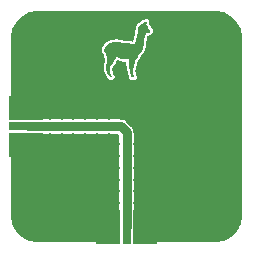
<source format=gbr>
%TF.GenerationSoftware,KiCad,Pcbnew,6.0.1-79c1e3a40b~116~ubuntu20.04.1*%
%TF.CreationDate,2022-01-27T22:25:29+01:00*%
%TF.ProjectId,pcb-turn-45,7063622d-7475-4726-9e2d-34352e6b6963,1*%
%TF.SameCoordinates,Original*%
%TF.FileFunction,Copper,L1,Top*%
%TF.FilePolarity,Positive*%
%FSLAX46Y46*%
G04 Gerber Fmt 4.6, Leading zero omitted, Abs format (unit mm)*
G04 Created by KiCad (PCBNEW 6.0.1-79c1e3a40b~116~ubuntu20.04.1) date 2022-01-27 22:25:29*
%MOMM*%
%LPD*%
G01*
G04 APERTURE LIST*
%TA.AperFunction,SMDPad,CuDef*%
%ADD10R,3.000000X0.800000*%
%TD*%
%TA.AperFunction,ComponentPad*%
%ADD11C,0.800000*%
%TD*%
%TA.AperFunction,SMDPad,CuDef*%
%ADD12R,3.000000X2.000000*%
%TD*%
%TA.AperFunction,SMDPad,CuDef*%
%ADD13R,0.800000X3.000000*%
%TD*%
%TA.AperFunction,SMDPad,CuDef*%
%ADD14R,2.000000X3.000000*%
%TD*%
%TA.AperFunction,ComponentPad*%
%ADD15C,3.400000*%
%TD*%
%TA.AperFunction,ViaPad*%
%ADD16C,0.800000*%
%TD*%
%TA.AperFunction,Conductor*%
%ADD17C,0.800000*%
%TD*%
G04 APERTURE END LIST*
%TO.C,G\u002A\u002A\u002A*%
G36*
X161707208Y-76114917D02*
G01*
X161721780Y-76122643D01*
X161727638Y-76138791D01*
X161724986Y-76166038D01*
X161714028Y-76207062D01*
X161695246Y-76263741D01*
X161678860Y-76310446D01*
X161664665Y-76349625D01*
X161654112Y-76377364D01*
X161648650Y-76389745D01*
X161648486Y-76389946D01*
X161654138Y-76397178D01*
X161673545Y-76411565D01*
X161702518Y-76430004D01*
X161702794Y-76430170D01*
X161765684Y-76473854D01*
X161813512Y-76519631D01*
X161845324Y-76565750D01*
X161860162Y-76610459D01*
X161857070Y-76652007D01*
X161840520Y-76682445D01*
X161820991Y-76706562D01*
X161877555Y-76740636D01*
X161917737Y-76766699D01*
X161959250Y-76796467D01*
X161980607Y-76813250D01*
X162006661Y-76835927D01*
X162019745Y-76852611D01*
X162023211Y-76869984D01*
X162020661Y-76893124D01*
X162015636Y-76932872D01*
X162012184Y-76973169D01*
X162012056Y-76975472D01*
X162006709Y-77006817D01*
X161992958Y-77024471D01*
X161987295Y-77027764D01*
X161964024Y-77044266D01*
X161944294Y-77064253D01*
X161934232Y-77075038D01*
X161921977Y-77082474D01*
X161903462Y-77087419D01*
X161874622Y-77090732D01*
X161831391Y-77093272D01*
X161800502Y-77094630D01*
X161740844Y-77098231D01*
X161695936Y-77103279D01*
X161668140Y-77109464D01*
X161661407Y-77112879D01*
X161649381Y-77131376D01*
X161640328Y-77159745D01*
X161639450Y-77164547D01*
X161632091Y-77190629D01*
X161617507Y-77228695D01*
X161598200Y-77272492D01*
X161586787Y-77296135D01*
X161569617Y-77331648D01*
X161556241Y-77363117D01*
X161545437Y-77394981D01*
X161535983Y-77431679D01*
X161526657Y-77477652D01*
X161516238Y-77537340D01*
X161510003Y-77575142D01*
X161498611Y-77650475D01*
X161487513Y-77733726D01*
X161477703Y-77816757D01*
X161470177Y-77891427D01*
X161467711Y-77921318D01*
X161453479Y-78070850D01*
X161434101Y-78203435D01*
X161409013Y-78322278D01*
X161378053Y-78429366D01*
X161349141Y-78507130D01*
X161316299Y-78574946D01*
X161276020Y-78638510D01*
X161224798Y-78703520D01*
X161175643Y-78758199D01*
X161077329Y-78875280D01*
X160993806Y-79001629D01*
X160931364Y-79121186D01*
X160903186Y-79177903D01*
X160877811Y-79220375D01*
X160851675Y-79254018D01*
X160828482Y-79277604D01*
X160800811Y-79302117D01*
X160778251Y-79319713D01*
X160765568Y-79326682D01*
X160765395Y-79326688D01*
X160753451Y-79333218D01*
X160741919Y-79353767D01*
X160730392Y-79389773D01*
X160718459Y-79442674D01*
X160705712Y-79513910D01*
X160697702Y-79564739D01*
X160682935Y-79657753D01*
X160668702Y-79736626D01*
X160653537Y-79807789D01*
X160635974Y-79877671D01*
X160614550Y-79952702D01*
X160594147Y-80019151D01*
X160573662Y-80088767D01*
X160559937Y-80148459D01*
X160552673Y-80203792D01*
X160551572Y-80260332D01*
X160556334Y-80323643D01*
X160566662Y-80399292D01*
X160571976Y-80432384D01*
X160581863Y-80493891D01*
X160591097Y-80554175D01*
X160598842Y-80607582D01*
X160604263Y-80648460D01*
X160605561Y-80659723D01*
X160612893Y-80704728D01*
X160626368Y-80741894D01*
X160650004Y-80781963D01*
X160652923Y-80786310D01*
X160693121Y-80845728D01*
X160391035Y-80845728D01*
X160398018Y-80812144D01*
X160406666Y-80782384D01*
X160417092Y-80759536D01*
X160421952Y-80745992D01*
X160419574Y-80727580D01*
X160408787Y-80699446D01*
X160396054Y-80672292D01*
X160376050Y-80626603D01*
X160359018Y-80576762D01*
X160343853Y-80518573D01*
X160329451Y-80447840D01*
X160315851Y-80367612D01*
X160305774Y-80315487D01*
X160290904Y-80252618D01*
X160273420Y-80187715D01*
X160259042Y-80140272D01*
X160239373Y-80077432D01*
X160224185Y-80023154D01*
X160212556Y-79972312D01*
X160203565Y-79919774D01*
X160196290Y-79860411D01*
X160189810Y-79789094D01*
X160185282Y-79729699D01*
X160180007Y-79626544D01*
X160179205Y-79527802D01*
X160182780Y-79438429D01*
X160190634Y-79363381D01*
X160192649Y-79350881D01*
X160198285Y-79318238D01*
X160013062Y-79323960D01*
X159892262Y-79325480D01*
X159787165Y-79321724D01*
X159693384Y-79312274D01*
X159606532Y-79296713D01*
X159535335Y-79278501D01*
X159428868Y-79239636D01*
X159339540Y-79189590D01*
X159266909Y-79128052D01*
X159210536Y-79054711D01*
X159204435Y-79044391D01*
X159175907Y-78994600D01*
X159168639Y-79023556D01*
X159148777Y-79080742D01*
X159118034Y-79143838D01*
X159080847Y-79204875D01*
X159041648Y-79255885D01*
X159035826Y-79262224D01*
X159001823Y-79299253D01*
X158979015Y-79328535D01*
X158963853Y-79356807D01*
X158952786Y-79390804D01*
X158942267Y-79437262D01*
X158941407Y-79441406D01*
X158922253Y-79514043D01*
X158895078Y-79580397D01*
X158857410Y-79644725D01*
X158806775Y-79711286D01*
X158744562Y-79780306D01*
X158700655Y-79827086D01*
X158669096Y-79863066D01*
X158647302Y-79891736D01*
X158632691Y-79916586D01*
X158622679Y-79941105D01*
X158620484Y-79947943D01*
X158606617Y-80010336D01*
X158598490Y-80083767D01*
X158596652Y-80159269D01*
X158601650Y-80227875D01*
X158602867Y-80236045D01*
X158621849Y-80352191D01*
X158638653Y-80449249D01*
X158653608Y-80528646D01*
X158667045Y-80591809D01*
X158679292Y-80640166D01*
X158690680Y-80675143D01*
X158701537Y-80698166D01*
X158712194Y-80710664D01*
X158712536Y-80710907D01*
X158743036Y-80736176D01*
X158770562Y-80765811D01*
X158789476Y-80793348D01*
X158793891Y-80804120D01*
X158795244Y-80813632D01*
X158790936Y-80819721D01*
X158777416Y-80823146D01*
X158751136Y-80824671D01*
X158708547Y-80825054D01*
X158696219Y-80825061D01*
X158593072Y-80825061D01*
X158595449Y-80796643D01*
X158593369Y-80778430D01*
X158582341Y-80757689D01*
X158559769Y-80730433D01*
X158536582Y-80706224D01*
X158493768Y-80657147D01*
X158454802Y-80599598D01*
X158418211Y-80530726D01*
X158382517Y-80447679D01*
X158346246Y-80347608D01*
X158337706Y-80322003D01*
X158302894Y-80210358D01*
X158277616Y-80113609D01*
X158261922Y-80028285D01*
X158255862Y-79950921D01*
X158259487Y-79878048D01*
X158272846Y-79806198D01*
X158295988Y-79731903D01*
X158328964Y-79651696D01*
X158347925Y-79610862D01*
X158363244Y-79577573D01*
X158373181Y-79550567D01*
X158378868Y-79523669D01*
X158381433Y-79490701D01*
X158382007Y-79445488D01*
X158381942Y-79424857D01*
X158374037Y-79313717D01*
X158351457Y-79189349D01*
X158314436Y-79052839D01*
X158279648Y-78949512D01*
X158261521Y-78895325D01*
X158244501Y-78837402D01*
X158231243Y-78785050D01*
X158227106Y-78765233D01*
X158214411Y-78708368D01*
X158200643Y-78665227D01*
X158186695Y-78637191D01*
X158173461Y-78625643D01*
X158161834Y-78631965D01*
X158153974Y-78652044D01*
X158149203Y-78668673D01*
X158144810Y-78670196D01*
X158137896Y-78654900D01*
X158132125Y-78639127D01*
X158121228Y-78590843D01*
X158117240Y-78530839D01*
X158119967Y-78466803D01*
X158129216Y-78406422D01*
X158138838Y-78372197D01*
X158186099Y-78269316D01*
X158251074Y-78175424D01*
X158332531Y-78091243D01*
X158429242Y-78017494D01*
X158539977Y-77954898D01*
X158663509Y-77904178D01*
X158798607Y-77866054D01*
X158944042Y-77841248D01*
X159059642Y-77831795D01*
X159147425Y-77829758D01*
X159231499Y-77832317D01*
X159316776Y-77840018D01*
X159408169Y-77853405D01*
X159510590Y-77873023D01*
X159591711Y-77890808D01*
X159687807Y-77912345D01*
X159767579Y-77929200D01*
X159834708Y-77941879D01*
X159892875Y-77950889D01*
X159945762Y-77956737D01*
X159997049Y-77959929D01*
X160050417Y-77960973D01*
X160098629Y-77960575D01*
X160154738Y-77959915D01*
X160199013Y-77960589D01*
X160237320Y-77963316D01*
X160275528Y-77968818D01*
X160319505Y-77977819D01*
X160375120Y-77991038D01*
X160403604Y-77998082D01*
X160475622Y-78015214D01*
X160531279Y-78026183D01*
X160573946Y-78030976D01*
X160606992Y-78029581D01*
X160633788Y-78021987D01*
X160657703Y-78008180D01*
X160671833Y-77997109D01*
X160692889Y-77976673D01*
X160710733Y-77952129D01*
X160726651Y-77920341D01*
X160741925Y-77878173D01*
X160757840Y-77822489D01*
X160775680Y-77750153D01*
X160779346Y-77734469D01*
X160796905Y-77662770D01*
X160818065Y-77582312D01*
X160840306Y-77502374D01*
X160861109Y-77432234D01*
X160863452Y-77424717D01*
X160878978Y-77374113D01*
X160891303Y-77330295D01*
X160901226Y-77288944D01*
X160909547Y-77245741D01*
X160917065Y-77196365D01*
X160924579Y-77136498D01*
X160932889Y-77061819D01*
X160936002Y-77032628D01*
X160947098Y-76930493D01*
X160956972Y-76846407D01*
X160966097Y-76777821D01*
X160974945Y-76722188D01*
X160983991Y-76676957D01*
X160993707Y-76639582D01*
X161004567Y-76607513D01*
X161017044Y-76578202D01*
X161022488Y-76566892D01*
X161043227Y-76527695D01*
X161064341Y-76495534D01*
X161089403Y-76466760D01*
X161121983Y-76437721D01*
X161165654Y-76404766D01*
X161214198Y-76370923D01*
X161263880Y-76334968D01*
X161315539Y-76294307D01*
X161361923Y-76254795D01*
X161386890Y-76231435D01*
X161418275Y-76202043D01*
X161445322Y-76179904D01*
X161464140Y-76168049D01*
X161469559Y-76167005D01*
X161483132Y-76181623D01*
X161484744Y-76211606D01*
X161474416Y-76255478D01*
X161468097Y-76273543D01*
X161456615Y-76305332D01*
X161448850Y-76328941D01*
X161446704Y-76337728D01*
X161453034Y-76335813D01*
X161469982Y-76321540D01*
X161494485Y-76298042D01*
X161523480Y-76268450D01*
X161553903Y-76235896D01*
X161582693Y-76203515D01*
X161606785Y-76174437D01*
X161608411Y-76172355D01*
X161635607Y-76139612D01*
X161656294Y-76121160D01*
X161674724Y-76113645D01*
X161683716Y-76112937D01*
X161707208Y-76114917D01*
G37*
%TD*%
D10*
%TO.P,J2,1,Pin_1*%
%TO.N,Net-(J1-Pad1)*%
X151500000Y-85000000D03*
D11*
%TO.P,J2,2,Pin_2*%
%TO.N,GND*%
X152000000Y-83500000D03*
X151000000Y-83400000D03*
X150500000Y-86000000D03*
X152500000Y-86000000D03*
X150500000Y-84000000D03*
D12*
X151500000Y-86600000D03*
X151500000Y-83400000D03*
D11*
X152000000Y-86500000D03*
X151000000Y-86500000D03*
X151500000Y-86000000D03*
X152500000Y-84000000D03*
X151500000Y-84000000D03*
%TD*%
D13*
%TO.P,J1,1,Pin_1*%
%TO.N,Net-(J1-Pad1)*%
X160000000Y-93500000D03*
D11*
%TO.P,J1,2,Pin_2*%
%TO.N,GND*%
X158500000Y-93000000D03*
X158400000Y-94000000D03*
X161000000Y-94500000D03*
X161000000Y-92500000D03*
X159000000Y-94500000D03*
D14*
X161600000Y-93500000D03*
X158400000Y-93500000D03*
D11*
X161500000Y-93000000D03*
X161500000Y-94000000D03*
X161000000Y-93500000D03*
X159000000Y-92500000D03*
X159000000Y-93500000D03*
%TD*%
D15*
%TO.P,H4,1,1*%
%TO.N,GND*%
X167500000Y-77500000D03*
%TD*%
%TO.P,H3,1,1*%
%TO.N,GND*%
X167500000Y-92500000D03*
%TD*%
%TO.P,H2,1,1*%
%TO.N,GND*%
X152500000Y-92500000D03*
%TD*%
%TO.P,H1,1,1*%
%TO.N,GND*%
X152500000Y-77500000D03*
%TD*%
D16*
%TO.N,GND*%
X155000000Y-92500000D03*
X157500000Y-92500000D03*
X157500000Y-90000000D03*
X157500000Y-87500000D03*
X155000000Y-87500000D03*
X155000000Y-90000000D03*
X152500000Y-90000000D03*
X152500000Y-87500000D03*
X152500000Y-80000000D03*
X152500000Y-82500000D03*
X165000000Y-92500000D03*
X162500000Y-92500000D03*
X162500000Y-90000000D03*
X165000000Y-90000000D03*
X167500000Y-90000000D03*
X167500000Y-87500000D03*
X165000000Y-87500000D03*
X162500000Y-87500000D03*
X162500000Y-85000000D03*
X165000000Y-85000000D03*
X167500000Y-85000000D03*
X167500000Y-82500000D03*
X167500000Y-80000000D03*
X165000000Y-82500000D03*
X165000000Y-80000000D03*
X162500000Y-77500000D03*
X165000000Y-77500000D03*
X162500000Y-80000000D03*
X162500000Y-82500000D03*
X160000000Y-82500000D03*
X157500000Y-77500000D03*
X157500000Y-80000000D03*
X157500000Y-82500000D03*
X155000000Y-82500000D03*
X155000000Y-80000000D03*
X155000000Y-77500000D03*
X161000000Y-83500000D03*
X161500000Y-84000000D03*
X160000000Y-83500000D03*
X160500000Y-84000000D03*
X161000000Y-84500000D03*
X161500000Y-85000000D03*
X161000000Y-85500000D03*
X161500000Y-86000000D03*
X161000000Y-86500000D03*
X161500000Y-87000000D03*
X161000000Y-87500000D03*
X161500000Y-88000000D03*
X161000000Y-88500000D03*
X161500000Y-89000000D03*
X161000000Y-89500000D03*
X161500000Y-90000000D03*
X161000000Y-90500000D03*
X161500000Y-91000000D03*
X161000000Y-91500000D03*
X161500000Y-92000000D03*
X158500000Y-92000000D03*
X159000000Y-91500000D03*
X158500000Y-91000000D03*
X159000000Y-90500000D03*
X158500000Y-90000000D03*
X159000000Y-89500000D03*
X158500000Y-89000000D03*
X158500000Y-88000000D03*
X159000000Y-88500000D03*
X158500000Y-87000000D03*
X159000000Y-87500000D03*
X159000000Y-86500000D03*
X158500000Y-86000000D03*
X158000000Y-86500000D03*
X157500000Y-86000000D03*
X157000000Y-86500000D03*
X156500000Y-86000000D03*
X156000000Y-86500000D03*
X155500000Y-86000000D03*
X155000000Y-86500000D03*
X154500000Y-86000000D03*
X154000000Y-86500000D03*
X153500000Y-86000000D03*
X153000000Y-86500000D03*
X159500000Y-84000000D03*
X159000000Y-83500000D03*
X158500000Y-84000000D03*
X158000000Y-83500000D03*
X157500000Y-84000000D03*
X157000000Y-83500000D03*
X156500000Y-84000000D03*
X156000000Y-83500000D03*
X155500000Y-84000000D03*
X155000000Y-83500000D03*
X154500000Y-84000000D03*
X154000000Y-83500000D03*
X153500000Y-84000000D03*
X153000000Y-83500000D03*
%TD*%
D17*
%TO.N,Net-(J1-Pad1)*%
X159500000Y-85000000D02*
X160000000Y-85500000D01*
X151625000Y-85000000D02*
X159500000Y-85000000D01*
X160000000Y-85500000D02*
X160000000Y-93500000D01*
%TD*%
%TA.AperFunction,Conductor*%
%TO.N,GND*%
G36*
X159268448Y-85619407D02*
G01*
X159280261Y-85629496D01*
X159370504Y-85719739D01*
X159398281Y-85774256D01*
X159399500Y-85789743D01*
X159399500Y-94701000D01*
X159380593Y-94759191D01*
X159331093Y-94795155D01*
X159300500Y-94800000D01*
X152533960Y-94800000D01*
X152511773Y-94797482D01*
X152500358Y-94794857D01*
X152489483Y-94797318D01*
X152478337Y-94797298D01*
X152478337Y-94797263D01*
X152468276Y-94798081D01*
X152228736Y-94783591D01*
X152216884Y-94782152D01*
X151955458Y-94734244D01*
X151943865Y-94731387D01*
X151690128Y-94652319D01*
X151678950Y-94648080D01*
X151436594Y-94539005D01*
X151426009Y-94533449D01*
X151198578Y-94395962D01*
X151188739Y-94389171D01*
X150979537Y-94225272D01*
X150970588Y-94217345D01*
X150782655Y-94029412D01*
X150774728Y-94020463D01*
X150610829Y-93811261D01*
X150604038Y-93801422D01*
X150466551Y-93573991D01*
X150460995Y-93563406D01*
X150351920Y-93321050D01*
X150347681Y-93309872D01*
X150268615Y-93056143D01*
X150265754Y-93044535D01*
X150217850Y-92783125D01*
X150217848Y-92783118D01*
X150216408Y-92771256D01*
X150201966Y-92532500D01*
X150203702Y-92511805D01*
X150203235Y-92511751D01*
X150203876Y-92506177D01*
X150205142Y-92500716D01*
X150205143Y-92500000D01*
X150202479Y-92488321D01*
X150200000Y-92466304D01*
X150200000Y-85699500D01*
X150218907Y-85641309D01*
X150268407Y-85605345D01*
X150299000Y-85600500D01*
X159210257Y-85600500D01*
X159268448Y-85619407D01*
G37*
%TD.AperFunction*%
%TA.AperFunction,Conductor*%
G36*
X167488227Y-75202518D02*
G01*
X167499642Y-75205143D01*
X167510517Y-75202682D01*
X167521663Y-75202702D01*
X167521663Y-75202737D01*
X167531724Y-75201919D01*
X167771264Y-75216409D01*
X167783116Y-75217848D01*
X168044542Y-75265756D01*
X168056135Y-75268613D01*
X168261078Y-75332476D01*
X168309872Y-75347681D01*
X168321050Y-75351920D01*
X168563406Y-75460995D01*
X168573991Y-75466551D01*
X168801422Y-75604038D01*
X168811261Y-75610829D01*
X169020463Y-75774728D01*
X169029412Y-75782655D01*
X169217345Y-75970588D01*
X169225272Y-75979537D01*
X169389171Y-76188739D01*
X169395962Y-76198578D01*
X169533449Y-76426009D01*
X169539005Y-76436594D01*
X169547612Y-76455719D01*
X169648080Y-76678950D01*
X169652319Y-76690128D01*
X169729918Y-76939149D01*
X169731385Y-76943857D01*
X169734244Y-76955458D01*
X169782152Y-77216884D01*
X169783591Y-77228734D01*
X169798050Y-77467755D01*
X169797230Y-77477627D01*
X169797375Y-77477627D01*
X169797355Y-77488778D01*
X169794857Y-77499642D01*
X169797317Y-77510514D01*
X169797317Y-77510516D01*
X169797559Y-77511583D01*
X169800000Y-77533432D01*
X169800000Y-92466040D01*
X169797482Y-92488227D01*
X169794857Y-92499642D01*
X169797318Y-92510517D01*
X169797298Y-92521663D01*
X169797263Y-92521663D01*
X169798081Y-92531726D01*
X169783592Y-92771257D01*
X169782152Y-92783116D01*
X169778549Y-92802780D01*
X169734246Y-93044535D01*
X169731385Y-93056143D01*
X169652319Y-93309872D01*
X169648080Y-93321050D01*
X169539005Y-93563406D01*
X169533449Y-93573991D01*
X169395962Y-93801422D01*
X169389171Y-93811261D01*
X169225272Y-94020463D01*
X169217345Y-94029412D01*
X169029412Y-94217345D01*
X169020463Y-94225272D01*
X168811261Y-94389171D01*
X168801422Y-94395962D01*
X168573991Y-94533449D01*
X168563406Y-94539005D01*
X168321050Y-94648080D01*
X168309872Y-94652319D01*
X168056135Y-94731387D01*
X168044542Y-94734244D01*
X167783116Y-94782152D01*
X167771266Y-94783591D01*
X167532243Y-94798050D01*
X167522373Y-94797230D01*
X167522373Y-94797375D01*
X167511222Y-94797355D01*
X167500358Y-94794857D01*
X167489486Y-94797317D01*
X167489484Y-94797317D01*
X167488417Y-94797559D01*
X167466568Y-94800000D01*
X160699500Y-94800000D01*
X160641309Y-94781093D01*
X160605345Y-94731593D01*
X160600500Y-94701000D01*
X160600500Y-85545849D01*
X160601347Y-85532927D01*
X160604835Y-85506433D01*
X160605682Y-85500000D01*
X160585044Y-85343238D01*
X160524536Y-85197159D01*
X160520590Y-85192017D01*
X160520588Y-85192013D01*
X160452450Y-85103215D01*
X160452449Y-85103213D01*
X160432233Y-85076866D01*
X160432229Y-85076862D01*
X160428282Y-85071718D01*
X160401936Y-85051502D01*
X160392199Y-85042964D01*
X159957036Y-84607801D01*
X159948498Y-84598064D01*
X159932236Y-84576871D01*
X159928282Y-84571718D01*
X159802841Y-84475464D01*
X159656762Y-84414956D01*
X159539361Y-84399500D01*
X159506434Y-84395165D01*
X159500000Y-84394318D01*
X159467073Y-84398653D01*
X159454151Y-84399500D01*
X150299000Y-84399500D01*
X150240809Y-84380593D01*
X150204845Y-84331093D01*
X150200000Y-84300500D01*
X150200000Y-78521429D01*
X157916173Y-78521429D01*
X157916544Y-78527012D01*
X157916600Y-78527852D01*
X157916728Y-78538609D01*
X157916462Y-78544855D01*
X157917466Y-78550320D01*
X157917487Y-78550617D01*
X157918828Y-78561368D01*
X157920167Y-78581509D01*
X157920965Y-78593523D01*
X157921182Y-78600487D01*
X157921132Y-78612707D01*
X157922365Y-78618171D01*
X157922505Y-78619448D01*
X157922794Y-78621051D01*
X157923163Y-78626602D01*
X157926697Y-78638417D01*
X157928413Y-78644965D01*
X157933542Y-78667692D01*
X157933816Y-78668907D01*
X157935474Y-78678372D01*
X157936494Y-78686508D01*
X157938417Y-78691764D01*
X157939087Y-78694529D01*
X157939758Y-78696808D01*
X157940771Y-78699727D01*
X157941995Y-78705149D01*
X157944395Y-78710165D01*
X157945837Y-78714319D01*
X157946290Y-78716572D01*
X157948599Y-78721680D01*
X157948600Y-78721683D01*
X157951102Y-78727217D01*
X157953863Y-78733979D01*
X157957820Y-78744794D01*
X157959184Y-78746899D01*
X157962133Y-78753917D01*
X157970689Y-78778665D01*
X157988843Y-78796964D01*
X157997438Y-78806863D01*
X158013011Y-78827399D01*
X158017868Y-78829887D01*
X158046852Y-78874181D01*
X158051024Y-78888379D01*
X158052010Y-78891985D01*
X158054793Y-78902973D01*
X158056157Y-78908358D01*
X158057772Y-78911520D01*
X158058195Y-78912784D01*
X158063998Y-78932532D01*
X158064307Y-78933752D01*
X158064644Y-78937225D01*
X158066420Y-78942534D01*
X158070092Y-78953510D01*
X158071189Y-78957003D01*
X158075990Y-78973341D01*
X158077696Y-78976389D01*
X158078140Y-78977569D01*
X158082833Y-78991597D01*
X158082852Y-78991793D01*
X158090055Y-79013187D01*
X158097132Y-79034343D01*
X158097234Y-79034510D01*
X158122031Y-79108162D01*
X158123751Y-79113826D01*
X158155095Y-79229403D01*
X158156949Y-79237608D01*
X158171950Y-79320229D01*
X158174351Y-79333453D01*
X158175693Y-79344114D01*
X158181725Y-79428916D01*
X158181975Y-79435616D01*
X158181982Y-79437774D01*
X158182001Y-79443812D01*
X158181993Y-79445332D01*
X158181647Y-79472671D01*
X158181638Y-79473347D01*
X158172581Y-79513474D01*
X158166434Y-79526831D01*
X158156580Y-79548054D01*
X158155908Y-79549501D01*
X158155024Y-79551246D01*
X158152628Y-79554630D01*
X158146536Y-79569449D01*
X158144764Y-79573499D01*
X158140408Y-79582880D01*
X158140407Y-79582884D01*
X158138071Y-79587914D01*
X158137207Y-79591958D01*
X158136512Y-79593825D01*
X158118878Y-79636719D01*
X158116853Y-79640816D01*
X158114617Y-79645890D01*
X158111795Y-79650729D01*
X158110131Y-79656072D01*
X158108957Y-79659840D01*
X158106005Y-79668028D01*
X158102438Y-79676705D01*
X158101521Y-79682184D01*
X158100077Y-79687246D01*
X158098961Y-79691932D01*
X158086712Y-79731255D01*
X158082990Y-79741267D01*
X158080369Y-79747299D01*
X158079345Y-79752805D01*
X158079167Y-79753388D01*
X158076988Y-79762185D01*
X158076843Y-79762937D01*
X158075190Y-79768245D01*
X158074759Y-79773783D01*
X158074673Y-79774888D01*
X158073303Y-79785306D01*
X158065593Y-79826777D01*
X158065382Y-79827910D01*
X158063312Y-79836760D01*
X158060863Y-79845417D01*
X158060585Y-79851005D01*
X158060020Y-79854445D01*
X158059751Y-79858196D01*
X158058736Y-79863655D01*
X158058960Y-79869204D01*
X158058960Y-79869210D01*
X158059102Y-79872717D01*
X158059061Y-79881630D01*
X158057916Y-79904663D01*
X158056933Y-79924437D01*
X158056842Y-79926258D01*
X158055883Y-79935928D01*
X158054698Y-79943886D01*
X158055136Y-79949471D01*
X158055044Y-79952102D01*
X158055087Y-79955105D01*
X158055265Y-79957955D01*
X158054989Y-79963503D01*
X158055954Y-79968974D01*
X158055954Y-79968977D01*
X158056400Y-79971504D01*
X158057602Y-79980961D01*
X158058023Y-79986329D01*
X158061100Y-80025618D01*
X158061261Y-80035117D01*
X158061358Y-80036523D01*
X158061111Y-80042117D01*
X158062413Y-80049196D01*
X158063744Y-80059372D01*
X158064293Y-80066381D01*
X158065949Y-80071689D01*
X158066183Y-80072903D01*
X158068492Y-80082252D01*
X158076840Y-80127635D01*
X158077470Y-80131480D01*
X158078202Y-80136581D01*
X158078368Y-80142182D01*
X158081326Y-80153503D01*
X158082902Y-80160593D01*
X158084994Y-80171963D01*
X158087187Y-80177063D01*
X158088769Y-80182286D01*
X158089802Y-80185950D01*
X158104382Y-80241751D01*
X158104867Y-80243897D01*
X158105196Y-80248200D01*
X158106863Y-80253545D01*
X158109886Y-80263241D01*
X158111152Y-80267662D01*
X158115089Y-80282730D01*
X158117080Y-80286554D01*
X158117811Y-80288655D01*
X158139278Y-80357500D01*
X158140523Y-80361494D01*
X158140607Y-80361816D01*
X158140791Y-80363726D01*
X158147075Y-80382566D01*
X158147643Y-80384327D01*
X158150273Y-80392764D01*
X158150273Y-80392766D01*
X158149706Y-80392943D01*
X158150138Y-80394019D01*
X158150321Y-80394323D01*
X158150373Y-80394440D01*
X158150475Y-80394403D01*
X158151028Y-80395930D01*
X158151032Y-80395940D01*
X158151713Y-80397817D01*
X158151713Y-80397818D01*
X158151919Y-80398387D01*
X158151926Y-80398409D01*
X158151933Y-80398425D01*
X158152688Y-80400507D01*
X158152698Y-80400538D01*
X158152650Y-80400556D01*
X158153342Y-80402606D01*
X158153466Y-80403003D01*
X158153201Y-80403086D01*
X158153374Y-80403811D01*
X158153825Y-80403648D01*
X158153828Y-80403652D01*
X158156923Y-80412190D01*
X158157734Y-80414525D01*
X158161892Y-80426994D01*
X158161895Y-80426999D01*
X158163654Y-80432275D01*
X158164944Y-80434397D01*
X158165167Y-80434937D01*
X158187612Y-80496864D01*
X158188860Y-80500624D01*
X158189797Y-80505778D01*
X158195343Y-80518681D01*
X158197455Y-80524018D01*
X158202170Y-80537027D01*
X158205003Y-80541428D01*
X158206669Y-80545033D01*
X158207607Y-80547216D01*
X158225957Y-80589908D01*
X158227345Y-80593906D01*
X158227424Y-80593875D01*
X158229478Y-80599087D01*
X158230930Y-80604496D01*
X158235159Y-80612456D01*
X158235802Y-80613666D01*
X158239326Y-80621014D01*
X158243367Y-80630415D01*
X158246642Y-80634904D01*
X158249394Y-80639732D01*
X158249330Y-80639768D01*
X158251576Y-80643355D01*
X158261699Y-80662409D01*
X158269791Y-80677641D01*
X158274054Y-80686969D01*
X158274432Y-80687690D01*
X158276453Y-80692915D01*
X158279595Y-80697555D01*
X158279596Y-80697557D01*
X158280230Y-80698494D01*
X158285683Y-80707554D01*
X158286152Y-80708436D01*
X158288760Y-80713345D01*
X158292391Y-80717547D01*
X158292762Y-80718089D01*
X158299076Y-80726327D01*
X158319419Y-80756371D01*
X158324727Y-80765162D01*
X158328120Y-80771502D01*
X158331803Y-80775724D01*
X158332580Y-80776849D01*
X158336677Y-80782169D01*
X158337683Y-80783346D01*
X158340800Y-80787949D01*
X158344860Y-80791741D01*
X158344863Y-80791745D01*
X158346113Y-80792912D01*
X158353133Y-80800174D01*
X158360405Y-80808509D01*
X158370536Y-80820121D01*
X158372496Y-80822368D01*
X158393034Y-80862762D01*
X158393027Y-80870510D01*
X158397853Y-80880562D01*
X158398633Y-80883994D01*
X158399885Y-80887269D01*
X158401450Y-80898306D01*
X158409169Y-80909850D01*
X158415015Y-80918593D01*
X158421959Y-80930763D01*
X158432525Y-80952766D01*
X158441230Y-80959728D01*
X158443415Y-80962475D01*
X158445972Y-80964892D01*
X158452169Y-80974158D01*
X158466775Y-80982772D01*
X158473185Y-80986553D01*
X158484721Y-80994508D01*
X158503787Y-81009755D01*
X158514654Y-81012253D01*
X158517818Y-81013783D01*
X158521165Y-81014850D01*
X158530766Y-81020513D01*
X158555080Y-81022568D01*
X158559321Y-81023231D01*
X158559327Y-81023175D01*
X158564896Y-81023807D01*
X158570349Y-81025061D01*
X158580401Y-81025061D01*
X158588738Y-81025413D01*
X158621688Y-81028198D01*
X158629195Y-81025336D01*
X158633121Y-81025061D01*
X158673553Y-81025061D01*
X158673610Y-81025074D01*
X158673786Y-81025074D01*
X158683609Y-81025068D01*
X158686736Y-81025066D01*
X158686808Y-81025070D01*
X158687623Y-81025250D01*
X158689879Y-81025230D01*
X158689885Y-81025230D01*
X158708197Y-81025065D01*
X158709087Y-81025061D01*
X158718765Y-81025061D01*
X158718821Y-81025048D01*
X158718861Y-81025048D01*
X158731207Y-81025041D01*
X158732035Y-81024852D01*
X158733025Y-81024842D01*
X158733039Y-81024842D01*
X158735609Y-81024900D01*
X158740037Y-81025651D01*
X158755419Y-81024759D01*
X158760248Y-81024597D01*
X158768460Y-81024523D01*
X158769932Y-81024510D01*
X158775480Y-81024460D01*
X158779854Y-81023421D01*
X158782346Y-81023197D01*
X158783481Y-81023131D01*
X158787033Y-81022988D01*
X158788428Y-81022957D01*
X158792584Y-81022865D01*
X158802460Y-81024541D01*
X158841833Y-81013198D01*
X158844926Y-81012361D01*
X158861906Y-81008060D01*
X158864632Y-81006667D01*
X158865478Y-81006386D01*
X158890142Y-80999281D01*
X158898456Y-80991855D01*
X158903257Y-80989203D01*
X158908436Y-80985654D01*
X158912640Y-80982137D01*
X158922568Y-80977064D01*
X158931394Y-80965450D01*
X158935790Y-80960270D01*
X158944285Y-80954595D01*
X158957503Y-80932205D01*
X158963926Y-80922644D01*
X158971034Y-80913291D01*
X158977779Y-80904416D01*
X158979690Y-80895052D01*
X158981572Y-80891432D01*
X158985003Y-80885619D01*
X158990671Y-80876018D01*
X158991614Y-80864910D01*
X158992688Y-80861546D01*
X158993274Y-80858075D01*
X158997527Y-80847772D01*
X158996285Y-80826039D01*
X158996288Y-80824733D01*
X158998649Y-80816692D01*
X158995059Y-80794857D01*
X158993908Y-80784444D01*
X158992957Y-80767806D01*
X158992321Y-80756673D01*
X158986920Y-80746918D01*
X158986607Y-80745836D01*
X158983465Y-80739287D01*
X158980358Y-80731705D01*
X158979507Y-80729557D01*
X158975764Y-80719777D01*
X158964371Y-80690013D01*
X158956263Y-80682357D01*
X158951752Y-80675618D01*
X158949191Y-80672626D01*
X158942173Y-80662409D01*
X158937990Y-80655770D01*
X158932565Y-80646349D01*
X158928756Y-80642249D01*
X158927445Y-80640471D01*
X158925800Y-80638573D01*
X158922655Y-80633993D01*
X158918570Y-80630228D01*
X158918566Y-80630223D01*
X158914594Y-80626562D01*
X158909159Y-80621148D01*
X158899350Y-80610588D01*
X158893250Y-80603356D01*
X158891536Y-80601115D01*
X158891532Y-80601111D01*
X158888130Y-80596663D01*
X158887279Y-80595958D01*
X158863628Y-80553381D01*
X158862334Y-80548275D01*
X158861478Y-80544604D01*
X158849962Y-80490467D01*
X158849507Y-80488198D01*
X158835607Y-80414404D01*
X158835347Y-80412967D01*
X158819154Y-80319437D01*
X158818999Y-80318516D01*
X158810692Y-80267687D01*
X158801278Y-80210087D01*
X158800245Y-80201317D01*
X158797179Y-80159230D01*
X158796946Y-80149628D01*
X158798118Y-80101479D01*
X158798690Y-80092999D01*
X158803413Y-80050317D01*
X158803617Y-80048475D01*
X158805375Y-80037882D01*
X158807880Y-80026614D01*
X158830094Y-79982817D01*
X158847690Y-79962756D01*
X158849931Y-79960286D01*
X158876051Y-79932456D01*
X158876299Y-79932215D01*
X158877905Y-79931090D01*
X158891139Y-79916408D01*
X158892427Y-79915009D01*
X158902623Y-79904146D01*
X158902627Y-79904141D01*
X158905820Y-79900739D01*
X158906811Y-79899046D01*
X158907038Y-79898769D01*
X158910042Y-79895437D01*
X158930521Y-79872717D01*
X158940989Y-79861104D01*
X158944071Y-79858140D01*
X158944019Y-79858091D01*
X158947891Y-79854044D01*
X158952194Y-79850461D01*
X158958420Y-79842276D01*
X158963662Y-79835950D01*
X158970427Y-79828445D01*
X158973137Y-79823592D01*
X158976372Y-79819075D01*
X158976421Y-79819110D01*
X158978759Y-79815541D01*
X159007001Y-79778415D01*
X159013749Y-79770453D01*
X159014674Y-79769472D01*
X159014675Y-79769470D01*
X159018516Y-79765395D01*
X159021347Y-79760560D01*
X159021983Y-79759711D01*
X159026241Y-79753352D01*
X159026873Y-79752293D01*
X159030237Y-79747871D01*
X159032532Y-79742813D01*
X159032535Y-79742809D01*
X159033142Y-79741471D01*
X159037862Y-79732358D01*
X159061212Y-79692483D01*
X159065765Y-79685414D01*
X159068314Y-79681803D01*
X159068316Y-79681799D01*
X159071546Y-79677224D01*
X159073669Y-79672042D01*
X159075011Y-79669595D01*
X159076254Y-79666793D01*
X159079059Y-79662002D01*
X159082100Y-79652359D01*
X159084896Y-79644627D01*
X159101927Y-79603043D01*
X159105892Y-79594540D01*
X159109848Y-79587011D01*
X159111276Y-79581596D01*
X159112506Y-79578433D01*
X159112783Y-79577604D01*
X159113771Y-79574124D01*
X159115878Y-79568978D01*
X159117285Y-79560496D01*
X159119219Y-79551471D01*
X159119358Y-79550944D01*
X159129725Y-79511630D01*
X159130592Y-79508701D01*
X159132617Y-79504295D01*
X159133756Y-79498809D01*
X159133757Y-79498805D01*
X159135619Y-79489832D01*
X159136818Y-79484736D01*
X159140545Y-79470601D01*
X159140665Y-79467022D01*
X159141008Y-79465181D01*
X159141743Y-79461935D01*
X159165383Y-79416834D01*
X159170356Y-79411419D01*
X159223642Y-79381349D01*
X159284427Y-79388342D01*
X159291649Y-79392008D01*
X159322527Y-79409307D01*
X159328048Y-79412643D01*
X159334241Y-79416666D01*
X159334246Y-79416669D01*
X159338941Y-79419718D01*
X159344197Y-79421637D01*
X159345031Y-79422053D01*
X159345475Y-79422227D01*
X159345930Y-79422419D01*
X159350784Y-79425138D01*
X159363341Y-79428837D01*
X159369272Y-79430791D01*
X159438254Y-79455971D01*
X159448932Y-79459869D01*
X159456625Y-79463242D01*
X159458778Y-79464061D01*
X159463757Y-79466631D01*
X159469181Y-79468019D01*
X159469185Y-79468020D01*
X159471331Y-79468569D01*
X159480750Y-79471484D01*
X159487932Y-79474106D01*
X159493446Y-79474803D01*
X159495496Y-79475300D01*
X159503900Y-79476900D01*
X159535269Y-79484924D01*
X159539039Y-79485969D01*
X159543743Y-79487374D01*
X159548893Y-79489571D01*
X159554407Y-79490559D01*
X159560495Y-79491650D01*
X159567544Y-79493180D01*
X159578811Y-79496062D01*
X159584366Y-79496207D01*
X159589469Y-79496917D01*
X159593284Y-79497524D01*
X159600434Y-79498805D01*
X159636088Y-79505193D01*
X159639913Y-79506180D01*
X159639950Y-79506007D01*
X159645422Y-79507193D01*
X159650724Y-79508988D01*
X159660993Y-79510023D01*
X159661904Y-79510115D01*
X159669422Y-79511166D01*
X159680305Y-79513115D01*
X159685851Y-79512854D01*
X159691402Y-79513216D01*
X159691392Y-79513377D01*
X159695340Y-79513484D01*
X159746429Y-79518632D01*
X159751175Y-79519226D01*
X159751899Y-79519335D01*
X159757313Y-79520785D01*
X159763658Y-79521012D01*
X159770352Y-79521251D01*
X159776740Y-79521687D01*
X159784016Y-79522420D01*
X159784019Y-79522420D01*
X159789546Y-79522977D01*
X159795055Y-79522291D01*
X159796014Y-79522280D01*
X159800705Y-79522336D01*
X159823169Y-79523139D01*
X159865345Y-79524646D01*
X159867706Y-79524807D01*
X159872057Y-79525750D01*
X159879273Y-79525659D01*
X159880140Y-79525929D01*
X159883235Y-79526241D01*
X159883171Y-79526872D01*
X159937696Y-79543831D01*
X159974281Y-79592874D01*
X159979391Y-79619599D01*
X159979940Y-79630343D01*
X159980066Y-79634591D01*
X159980117Y-79640816D01*
X159980197Y-79650713D01*
X159981119Y-79654607D01*
X159981273Y-79656400D01*
X159984209Y-79713824D01*
X159984490Y-79719325D01*
X159984494Y-79719855D01*
X159984133Y-79722245D01*
X159985576Y-79741162D01*
X159985733Y-79743633D01*
X159986415Y-79756976D01*
X159986694Y-79762430D01*
X159987349Y-79764749D01*
X159987414Y-79765290D01*
X159988761Y-79782954D01*
X159988766Y-79783153D01*
X159988574Y-79784562D01*
X159988901Y-79788155D01*
X159988901Y-79788172D01*
X159990433Y-79805020D01*
X159990551Y-79806425D01*
X159992102Y-79826777D01*
X159992526Y-79828144D01*
X159992550Y-79828321D01*
X159995261Y-79858140D01*
X159995279Y-79858342D01*
X159995322Y-79859210D01*
X159995011Y-79862185D01*
X159995693Y-79867747D01*
X159997207Y-79880104D01*
X159997536Y-79883188D01*
X159999151Y-79900963D01*
X160000074Y-79903798D01*
X160000216Y-79904663D01*
X160002640Y-79924437D01*
X160002846Y-79926738D01*
X160002598Y-79931113D01*
X160003542Y-79936629D01*
X160003542Y-79936632D01*
X160005232Y-79946510D01*
X160005914Y-79951159D01*
X160007116Y-79960962D01*
X160007117Y-79960967D01*
X160007793Y-79966481D01*
X160009280Y-79970601D01*
X160009746Y-79972880D01*
X160012048Y-79986329D01*
X160012530Y-79989735D01*
X160012524Y-79994755D01*
X160015677Y-80008540D01*
X160015747Y-80008845D01*
X160016820Y-80014219D01*
X160018287Y-80022794D01*
X160018288Y-80022799D01*
X160019225Y-80028271D01*
X160021148Y-80032899D01*
X160022014Y-80036242D01*
X160024808Y-80048461D01*
X160025253Y-80050745D01*
X160025460Y-80055165D01*
X160026968Y-80060555D01*
X160026969Y-80060559D01*
X160029649Y-80070134D01*
X160030820Y-80074742D01*
X160031420Y-80077365D01*
X160034247Y-80089726D01*
X160036165Y-80093707D01*
X160036881Y-80095981D01*
X160041304Y-80111791D01*
X160041492Y-80112587D01*
X160041717Y-80115489D01*
X160047153Y-80132857D01*
X160047995Y-80135699D01*
X160052847Y-80153038D01*
X160054237Y-80155600D01*
X160054511Y-80156363D01*
X160067767Y-80198716D01*
X160068030Y-80199572D01*
X160080667Y-80241267D01*
X160081514Y-80244225D01*
X160096595Y-80300210D01*
X160097335Y-80303137D01*
X160109720Y-80355503D01*
X160110578Y-80359497D01*
X160118837Y-80402217D01*
X160119241Y-80404448D01*
X160120747Y-80413328D01*
X160128895Y-80461395D01*
X160129018Y-80462351D01*
X160128939Y-80465477D01*
X160130056Y-80470961D01*
X160132484Y-80482885D01*
X160133082Y-80486091D01*
X160136032Y-80503496D01*
X160137227Y-80506384D01*
X160137462Y-80507343D01*
X160143896Y-80538942D01*
X160144445Y-80542110D01*
X160144587Y-80547023D01*
X160146000Y-80552444D01*
X160148277Y-80561182D01*
X160149485Y-80566393D01*
X160151262Y-80575120D01*
X160151264Y-80575125D01*
X160152372Y-80580569D01*
X160154398Y-80585043D01*
X160155312Y-80588176D01*
X160155918Y-80590499D01*
X160159755Y-80605222D01*
X160160643Y-80608921D01*
X160161837Y-80614354D01*
X160162415Y-80619933D01*
X160166167Y-80630910D01*
X160168288Y-80637963D01*
X160169767Y-80643640D01*
X160169769Y-80643644D01*
X160171169Y-80649018D01*
X160173732Y-80653951D01*
X160175724Y-80659131D01*
X160175526Y-80659207D01*
X160177035Y-80662716D01*
X160179879Y-80671040D01*
X160180969Y-80675172D01*
X160181036Y-80675151D01*
X160182687Y-80680493D01*
X160183727Y-80686002D01*
X160187306Y-80694176D01*
X160187839Y-80695395D01*
X160190827Y-80703077D01*
X160192287Y-80707349D01*
X160192289Y-80707354D01*
X160193806Y-80711792D01*
X160194085Y-80712609D01*
X160193918Y-80712666D01*
X160201356Y-80770797D01*
X160197845Y-80781458D01*
X160195914Y-80789887D01*
X160191070Y-80799930D01*
X160191060Y-80811079D01*
X160191060Y-80811080D01*
X160191048Y-80824818D01*
X160191031Y-80825170D01*
X160190633Y-80827087D01*
X160190723Y-80831755D01*
X160191009Y-80846608D01*
X160191027Y-80848601D01*
X160190990Y-80891177D01*
X160191905Y-80893083D01*
X160191946Y-80895197D01*
X160202846Y-80916772D01*
X160211161Y-80933230D01*
X160212039Y-80935014D01*
X160230488Y-80973433D01*
X160232140Y-80974754D01*
X160233093Y-80976640D01*
X160241084Y-80982771D01*
X160241085Y-80982772D01*
X160249468Y-80989203D01*
X160266915Y-81002589D01*
X160268378Y-81003734D01*
X160301750Y-81030422D01*
X160303812Y-81030896D01*
X160305489Y-81032183D01*
X160315353Y-81034243D01*
X160347163Y-81040886D01*
X160349109Y-81041313D01*
X160363751Y-81044680D01*
X160363763Y-81044682D01*
X160368312Y-81045728D01*
X160370271Y-81045728D01*
X160370610Y-81045783D01*
X160394809Y-81050836D01*
X160405630Y-81048157D01*
X160407937Y-81048115D01*
X160427514Y-81045728D01*
X160647521Y-81045728D01*
X160655324Y-81046036D01*
X160666313Y-81046905D01*
X160676952Y-81050233D01*
X160687982Y-81048618D01*
X160700591Y-81046772D01*
X160704602Y-81046480D01*
X160704587Y-81046350D01*
X160710108Y-81045728D01*
X160715667Y-81045728D01*
X160726107Y-81043346D01*
X160733774Y-81041913D01*
X160756206Y-81038629D01*
X160767237Y-81037014D01*
X160774057Y-81032409D01*
X160782083Y-81030578D01*
X160791198Y-81023315D01*
X160808544Y-81009492D01*
X160814839Y-81004870D01*
X160833617Y-80992190D01*
X160842858Y-80985950D01*
X160847006Y-80978843D01*
X160853444Y-80973713D01*
X160868137Y-80943252D01*
X160871801Y-80936364D01*
X160883236Y-80916772D01*
X160883237Y-80916770D01*
X160888855Y-80907144D01*
X160889511Y-80898938D01*
X160893086Y-80891526D01*
X160893100Y-80876018D01*
X160893116Y-80857705D01*
X160893431Y-80849905D01*
X160895238Y-80827301D01*
X160895238Y-80827299D01*
X160896126Y-80816187D01*
X160893159Y-80808509D01*
X160893166Y-80800279D01*
X160888342Y-80790233D01*
X160888341Y-80790229D01*
X160878524Y-80769786D01*
X160875428Y-80762630D01*
X160871506Y-80752480D01*
X160868368Y-80747842D01*
X160865772Y-80742877D01*
X160865900Y-80742810D01*
X160863895Y-80739321D01*
X160858496Y-80728076D01*
X160858494Y-80728074D01*
X160853668Y-80718023D01*
X160844959Y-80711058D01*
X160838022Y-80702337D01*
X160838667Y-80701824D01*
X160833320Y-80696036D01*
X160820994Y-80677817D01*
X160817736Y-80672667D01*
X160816994Y-80671410D01*
X160804110Y-80634106D01*
X160802851Y-80624617D01*
X160802672Y-80623167D01*
X160800367Y-80603165D01*
X160800367Y-80603164D01*
X160800548Y-80603143D01*
X160800313Y-80601326D01*
X160800033Y-80601367D01*
X160797032Y-80580673D01*
X160796866Y-80579480D01*
X160794552Y-80562030D01*
X160794552Y-80562029D01*
X160794142Y-80558939D01*
X160793724Y-80557814D01*
X160793699Y-80557688D01*
X160792180Y-80547216D01*
X160792173Y-80547143D01*
X160792232Y-80546354D01*
X160791097Y-80538942D01*
X160788958Y-80524976D01*
X160788842Y-80524197D01*
X160786100Y-80505291D01*
X160785791Y-80503159D01*
X160785506Y-80502422D01*
X160785495Y-80502368D01*
X160782890Y-80485367D01*
X160782885Y-80485315D01*
X160782934Y-80484585D01*
X160779514Y-80463310D01*
X160779404Y-80462610D01*
X160776450Y-80443322D01*
X160776144Y-80441323D01*
X160775874Y-80440639D01*
X160775861Y-80440579D01*
X160769427Y-80400556D01*
X160769149Y-80398824D01*
X160764690Y-80371058D01*
X160764351Y-80368771D01*
X160755722Y-80305565D01*
X160755091Y-80299599D01*
X160752070Y-80259435D01*
X160751810Y-80250082D01*
X160751848Y-80248162D01*
X160752312Y-80224305D01*
X160753135Y-80213350D01*
X160756376Y-80188657D01*
X160758051Y-80179356D01*
X160762360Y-80160618D01*
X160766562Y-80142339D01*
X160768071Y-80136581D01*
X160785496Y-80077365D01*
X160785830Y-80076253D01*
X160799581Y-80031468D01*
X160799696Y-80031147D01*
X160800625Y-80029464D01*
X160801888Y-80025041D01*
X160801894Y-80025024D01*
X160806062Y-80010423D01*
X160806620Y-80008540D01*
X160811003Y-79994266D01*
X160812358Y-79989853D01*
X160812499Y-79987935D01*
X160812578Y-79987602D01*
X160822735Y-79952030D01*
X160823022Y-79951159D01*
X160824403Y-79948457D01*
X160825768Y-79943025D01*
X160825770Y-79943020D01*
X160828780Y-79931044D01*
X160829599Y-79927992D01*
X160832951Y-79916253D01*
X160832952Y-79916249D01*
X160834478Y-79910904D01*
X160834642Y-79907867D01*
X160834828Y-79906976D01*
X160835539Y-79904146D01*
X160842626Y-79875948D01*
X160842960Y-79874807D01*
X160844409Y-79871697D01*
X160848025Y-79854731D01*
X160848827Y-79851280D01*
X160851645Y-79840065D01*
X160851645Y-79840063D01*
X160853000Y-79834672D01*
X160853076Y-79831252D01*
X160853285Y-79830047D01*
X160860089Y-79798116D01*
X160860309Y-79797258D01*
X160861488Y-79794505D01*
X160862483Y-79788991D01*
X160862485Y-79788984D01*
X160864693Y-79776748D01*
X160865293Y-79773695D01*
X160866193Y-79769472D01*
X160869009Y-79756260D01*
X160868966Y-79753263D01*
X160869087Y-79752390D01*
X160870668Y-79743633D01*
X160876048Y-79713818D01*
X160876132Y-79713454D01*
X160876898Y-79711554D01*
X160879962Y-79692256D01*
X160880309Y-79690207D01*
X160880844Y-79687246D01*
X160883760Y-79671083D01*
X160883666Y-79669039D01*
X160883711Y-79668640D01*
X160891682Y-79618436D01*
X160891685Y-79618424D01*
X160891727Y-79618318D01*
X160892398Y-79614065D01*
X160895313Y-79595565D01*
X160895330Y-79595456D01*
X160898712Y-79574152D01*
X160898763Y-79573831D01*
X160898755Y-79573722D01*
X160898756Y-79573715D01*
X160902800Y-79548054D01*
X160903131Y-79546089D01*
X160911299Y-79500440D01*
X160939106Y-79447893D01*
X160941592Y-79445954D01*
X160944678Y-79442170D01*
X160950411Y-79437063D01*
X160950434Y-79437044D01*
X160955154Y-79434034D01*
X160962360Y-79426706D01*
X160963861Y-79425180D01*
X160968799Y-79420492D01*
X160969673Y-79419718D01*
X160977979Y-79412360D01*
X160981091Y-79408016D01*
X160990445Y-79399113D01*
X160991339Y-79398198D01*
X160995675Y-79394660D01*
X160999109Y-79390240D01*
X160999342Y-79390001D01*
X161005889Y-79382517D01*
X161006191Y-79382132D01*
X161010087Y-79378170D01*
X161013002Y-79373445D01*
X161013005Y-79373441D01*
X161013462Y-79372700D01*
X161019538Y-79363944D01*
X161026167Y-79355411D01*
X161032898Y-79347620D01*
X161033971Y-79346501D01*
X161037848Y-79342459D01*
X161040717Y-79337657D01*
X161041522Y-79336602D01*
X161045392Y-79330938D01*
X161046175Y-79329655D01*
X161049583Y-79325269D01*
X161051928Y-79320238D01*
X161051934Y-79320229D01*
X161052649Y-79318695D01*
X161057385Y-79309760D01*
X161063442Y-79299621D01*
X161065735Y-79296359D01*
X161065597Y-79296270D01*
X161068638Y-79291567D01*
X161072189Y-79287239D01*
X161075033Y-79281516D01*
X161077145Y-79277265D01*
X161080813Y-79270548D01*
X161083587Y-79265905D01*
X161083592Y-79265893D01*
X161086441Y-79261125D01*
X161088159Y-79255840D01*
X161090456Y-79250783D01*
X161090594Y-79250846D01*
X161092099Y-79247164D01*
X161109132Y-79212878D01*
X161110042Y-79211092D01*
X161163966Y-79107847D01*
X161169127Y-79099092D01*
X161211929Y-79034343D01*
X161234728Y-78999853D01*
X161241496Y-78990787D01*
X161252579Y-78977589D01*
X161325556Y-78890681D01*
X161327748Y-78888159D01*
X161359619Y-78852706D01*
X161362888Y-78849241D01*
X161363467Y-78848656D01*
X161367831Y-78845146D01*
X161375890Y-78834917D01*
X161380026Y-78830006D01*
X161384887Y-78824598D01*
X161384888Y-78824597D01*
X161388606Y-78820461D01*
X161391310Y-78815605D01*
X161391907Y-78814768D01*
X161394712Y-78811029D01*
X161421649Y-78776841D01*
X161427780Y-78769979D01*
X161428817Y-78768691D01*
X161432795Y-78764756D01*
X161436750Y-78758515D01*
X161442603Y-78750248D01*
X161443627Y-78748948D01*
X161443628Y-78748947D01*
X161447070Y-78744578D01*
X161449454Y-78739553D01*
X161450222Y-78738316D01*
X161454735Y-78730133D01*
X161476227Y-78696217D01*
X161482677Y-78687199D01*
X161482890Y-78686934D01*
X161486398Y-78682569D01*
X161488878Y-78677447D01*
X161494309Y-78667692D01*
X161494333Y-78667643D01*
X161497304Y-78662954D01*
X161499313Y-78657285D01*
X161503523Y-78647210D01*
X161520579Y-78611989D01*
X161524048Y-78605881D01*
X161525609Y-78602801D01*
X161528685Y-78598126D01*
X161530634Y-78592884D01*
X161530638Y-78592876D01*
X161531649Y-78590156D01*
X161535340Y-78581509D01*
X161536549Y-78579013D01*
X161536551Y-78579007D01*
X161538971Y-78574010D01*
X161540221Y-78568593D01*
X161541288Y-78565564D01*
X161543361Y-78558652D01*
X161544471Y-78555667D01*
X161557595Y-78520368D01*
X161559229Y-78516900D01*
X161559001Y-78516805D01*
X161561153Y-78511635D01*
X161563874Y-78506742D01*
X161565430Y-78501362D01*
X161567096Y-78495600D01*
X161569405Y-78488604D01*
X161571437Y-78483138D01*
X161571438Y-78483136D01*
X161573373Y-78477930D01*
X161574103Y-78472424D01*
X161575444Y-78467032D01*
X161575637Y-78467080D01*
X161576424Y-78463334D01*
X161594906Y-78399405D01*
X161596070Y-78395658D01*
X161597652Y-78390901D01*
X161600007Y-78385821D01*
X161602434Y-78374323D01*
X161604196Y-78367269D01*
X161607407Y-78356165D01*
X161607725Y-78350613D01*
X161608620Y-78345378D01*
X161609339Y-78341613D01*
X161610259Y-78337259D01*
X161625537Y-78264882D01*
X161626683Y-78260055D01*
X161628712Y-78254843D01*
X161630638Y-78241667D01*
X161631731Y-78235545D01*
X161633298Y-78228122D01*
X161633298Y-78228117D01*
X161634445Y-78222685D01*
X161634355Y-78217133D01*
X161634375Y-78216926D01*
X161634961Y-78212091D01*
X161648507Y-78119406D01*
X161648973Y-78116791D01*
X161650426Y-78112421D01*
X161651869Y-78097260D01*
X161652465Y-78092324D01*
X161653833Y-78082963D01*
X161654637Y-78077464D01*
X161654273Y-78072873D01*
X161654442Y-78070224D01*
X161664767Y-77961740D01*
X161664789Y-77961592D01*
X161665166Y-77960408D01*
X161666889Y-77939526D01*
X161666997Y-77938312D01*
X161667523Y-77932787D01*
X161668947Y-77917823D01*
X161668787Y-77916597D01*
X161668792Y-77916459D01*
X161669280Y-77910541D01*
X161669444Y-77908749D01*
X161673711Y-77866411D01*
X161676445Y-77839285D01*
X161676625Y-77837646D01*
X161676725Y-77836804D01*
X161685869Y-77759417D01*
X161686052Y-77757958D01*
X161691048Y-77720478D01*
X161696510Y-77679507D01*
X161696752Y-77677802D01*
X161696822Y-77677343D01*
X161707456Y-77607028D01*
X161707660Y-77605733D01*
X161713362Y-77571157D01*
X161713497Y-77570362D01*
X161722980Y-77516040D01*
X161723482Y-77513381D01*
X161724064Y-77510516D01*
X161730445Y-77479060D01*
X161731597Y-77474052D01*
X161736322Y-77455710D01*
X161738435Y-77448618D01*
X161742048Y-77437962D01*
X161744692Y-77431028D01*
X161744777Y-77430829D01*
X161750854Y-77416532D01*
X161752829Y-77412183D01*
X161756985Y-77403589D01*
X161757664Y-77403917D01*
X161757689Y-77403865D01*
X161757022Y-77403543D01*
X161766905Y-77383068D01*
X161766933Y-77383010D01*
X161769627Y-77377438D01*
X161770082Y-77376583D01*
X161772041Y-77373959D01*
X161779122Y-77357897D01*
X161780554Y-77354793D01*
X161784146Y-77347352D01*
X161826471Y-77303167D01*
X161871963Y-77291693D01*
X161874872Y-77292019D01*
X161880434Y-77291380D01*
X161880437Y-77291380D01*
X161889176Y-77290376D01*
X161894666Y-77289900D01*
X161903303Y-77289392D01*
X161903308Y-77289391D01*
X161908860Y-77289065D01*
X161912663Y-77287959D01*
X161923416Y-77286848D01*
X161924622Y-77286806D01*
X161927519Y-77286705D01*
X161927521Y-77286705D01*
X161933116Y-77286509D01*
X161935388Y-77285902D01*
X161941454Y-77286690D01*
X161952039Y-77283190D01*
X161976579Y-77275076D01*
X161982110Y-77273425D01*
X161989994Y-77271319D01*
X161990001Y-77271316D01*
X161995367Y-77269883D01*
X161999731Y-77267582D01*
X162008371Y-77266316D01*
X162017608Y-77260077D01*
X162017610Y-77260076D01*
X162026112Y-77254333D01*
X162035349Y-77248801D01*
X162045758Y-77243312D01*
X162045760Y-77243310D01*
X162055624Y-77238109D01*
X162061109Y-77230695D01*
X162064969Y-77228088D01*
X162075251Y-77217067D01*
X162078739Y-77213512D01*
X162082020Y-77210332D01*
X162088432Y-77204635D01*
X162102845Y-77192908D01*
X162106283Y-77190235D01*
X162108183Y-77188824D01*
X162112985Y-77186031D01*
X162121987Y-77177628D01*
X162127060Y-77173205D01*
X162132437Y-77168830D01*
X162132438Y-77168829D01*
X162136778Y-77165298D01*
X162140216Y-77160885D01*
X162141731Y-77159337D01*
X162144918Y-77156225D01*
X162154635Y-77147155D01*
X162154636Y-77147154D01*
X162162784Y-77139548D01*
X162164958Y-77133964D01*
X162165432Y-77133299D01*
X162173759Y-77125888D01*
X162188884Y-77089608D01*
X162190551Y-77085835D01*
X162207208Y-77050223D01*
X162207042Y-77035247D01*
X162208437Y-77017556D01*
X162208915Y-77014743D01*
X162209515Y-77012879D01*
X162209547Y-77012511D01*
X162210487Y-77009259D01*
X162210806Y-77003519D01*
X162212063Y-76992365D01*
X162212999Y-76986878D01*
X162212692Y-76981330D01*
X162213008Y-76975782D01*
X162213029Y-76975783D01*
X162213101Y-76971023D01*
X162214395Y-76955913D01*
X162214811Y-76951987D01*
X162216412Y-76939319D01*
X162216451Y-76939100D01*
X162216969Y-76937617D01*
X162217398Y-76933725D01*
X162217400Y-76933714D01*
X162217616Y-76931756D01*
X162218258Y-76928259D01*
X162221804Y-76921408D01*
X162222782Y-76887801D01*
X162223336Y-76879837D01*
X162223868Y-76875010D01*
X162223868Y-76875006D01*
X162224477Y-76869481D01*
X162223842Y-76863963D01*
X162223836Y-76861206D01*
X162223628Y-76858736D01*
X162223791Y-76853138D01*
X162221944Y-76843881D01*
X162220037Y-76823574D01*
X162220071Y-76820045D01*
X162220070Y-76820040D01*
X162220176Y-76808895D01*
X162215439Y-76798807D01*
X162215438Y-76798803D01*
X162201914Y-76770005D01*
X162201178Y-76768400D01*
X162188175Y-76739376D01*
X162188174Y-76739375D01*
X162183617Y-76729203D01*
X162173960Y-76721052D01*
X162162307Y-76708520D01*
X162162176Y-76708640D01*
X162158403Y-76704520D01*
X162155107Y-76699986D01*
X162152306Y-76697548D01*
X162150125Y-76694767D01*
X162145816Y-76691272D01*
X162145811Y-76691267D01*
X162136569Y-76683771D01*
X162133937Y-76681559D01*
X162126869Y-76675407D01*
X162124938Y-76673617D01*
X162122049Y-76670035D01*
X162110069Y-76660621D01*
X162106253Y-76657464D01*
X162094908Y-76647589D01*
X162096011Y-76646321D01*
X162063360Y-76603603D01*
X162058185Y-76580070D01*
X162057667Y-76574601D01*
X162057667Y-76574600D01*
X162057139Y-76569028D01*
X162055557Y-76564261D01*
X162054949Y-76560898D01*
X162051105Y-76535461D01*
X162044837Y-76526271D01*
X162044703Y-76525934D01*
X162044703Y-76525931D01*
X162044323Y-76524974D01*
X162044193Y-76524646D01*
X162040926Y-76516328D01*
X162040790Y-76516072D01*
X162034352Y-76499850D01*
X162032417Y-76494536D01*
X162028042Y-76481355D01*
X162025372Y-76476948D01*
X162025111Y-76476340D01*
X162024812Y-76475814D01*
X162022859Y-76470894D01*
X162015030Y-76459544D01*
X162011861Y-76454646D01*
X161998523Y-76432631D01*
X161998522Y-76432630D01*
X161992743Y-76423091D01*
X161987894Y-76419932D01*
X161986702Y-76418477D01*
X161980170Y-76409006D01*
X161978930Y-76407164D01*
X161978710Y-76406828D01*
X161968217Y-76390858D01*
X161966553Y-76389266D01*
X161965343Y-76387511D01*
X161950857Y-76374212D01*
X161949381Y-76372828D01*
X161934161Y-76358261D01*
X161905195Y-76304366D01*
X161908375Y-76259340D01*
X161908074Y-76259276D01*
X161908534Y-76257096D01*
X161908640Y-76255596D01*
X161910968Y-76248571D01*
X161911474Y-76243303D01*
X161912434Y-76239284D01*
X161915797Y-76226690D01*
X161917568Y-76220801D01*
X161920064Y-76213346D01*
X161920064Y-76213345D01*
X161921844Y-76208029D01*
X161922381Y-76202511D01*
X161922544Y-76201832D01*
X161922636Y-76201089D01*
X161924030Y-76195869D01*
X161924234Y-76190317D01*
X161925057Y-76184828D01*
X161925939Y-76184960D01*
X161927500Y-76176456D01*
X161928132Y-76170301D01*
X161931709Y-76159739D01*
X161928833Y-76136274D01*
X161928831Y-76136246D01*
X161928881Y-76135726D01*
X161928695Y-76134269D01*
X161928694Y-76134260D01*
X161926111Y-76114072D01*
X161926047Y-76113557D01*
X161924079Y-76097504D01*
X161923398Y-76091948D01*
X161923217Y-76091449D01*
X161923195Y-76091275D01*
X161923444Y-76085020D01*
X161923389Y-76084892D01*
X161923450Y-76084118D01*
X161922495Y-76081512D01*
X161921955Y-76081581D01*
X161921652Y-76079216D01*
X161920237Y-76068154D01*
X161914004Y-76058553D01*
X161906482Y-76043442D01*
X161906466Y-76043450D01*
X161903998Y-76038470D01*
X161902102Y-76033244D01*
X161899176Y-76028702D01*
X161897318Y-76024698D01*
X161891611Y-76011521D01*
X161891610Y-76011519D01*
X161887179Y-76001289D01*
X161878750Y-75993993D01*
X161875354Y-75989364D01*
X161871248Y-75985349D01*
X161865211Y-75975976D01*
X161855706Y-75970149D01*
X161843709Y-75962794D01*
X161839730Y-75960214D01*
X161835541Y-75956587D01*
X161830593Y-75953964D01*
X161828205Y-75952328D01*
X161822200Y-75947476D01*
X161819781Y-75946044D01*
X161811689Y-75938374D01*
X161795320Y-75933129D01*
X161787419Y-75928285D01*
X161780820Y-75927613D01*
X161765997Y-75923618D01*
X161761550Y-75922307D01*
X161751985Y-75919242D01*
X161751984Y-75919242D01*
X161746648Y-75917532D01*
X161742342Y-75917169D01*
X161740221Y-75916672D01*
X161725965Y-75912830D01*
X161725963Y-75912830D01*
X161715199Y-75909929D01*
X161704240Y-75911983D01*
X161697120Y-75911706D01*
X161687664Y-75908911D01*
X161654757Y-75914260D01*
X161646655Y-75915236D01*
X161636549Y-75916032D01*
X161631245Y-75917689D01*
X161625795Y-75918741D01*
X161625781Y-75918670D01*
X161622050Y-75919551D01*
X161621929Y-75919597D01*
X161620250Y-75919870D01*
X161620114Y-75919925D01*
X161610593Y-75921269D01*
X161607244Y-75923505D01*
X161599985Y-75923896D01*
X161590217Y-75929262D01*
X161587210Y-75930120D01*
X161587003Y-75930208D01*
X161582168Y-75933023D01*
X161571527Y-75936348D01*
X161565104Y-75942349D01*
X161565051Y-75942378D01*
X161559902Y-75944477D01*
X161555348Y-75947670D01*
X161554854Y-75948016D01*
X161545695Y-75953720D01*
X161542893Y-75955258D01*
X161480469Y-75966384D01*
X161465281Y-75964094D01*
X161465279Y-75964094D01*
X161454260Y-75962433D01*
X161446600Y-75964793D01*
X161441237Y-75964188D01*
X161430714Y-75967865D01*
X161430712Y-75967865D01*
X161418736Y-75972049D01*
X161414882Y-75973087D01*
X161414924Y-75973220D01*
X161409623Y-75974874D01*
X161404166Y-75975926D01*
X161394667Y-75980106D01*
X161383959Y-75984097D01*
X161377711Y-75986022D01*
X161377709Y-75986023D01*
X161367059Y-75989305D01*
X161364867Y-75991337D01*
X161360931Y-75992172D01*
X161360971Y-75992226D01*
X161360095Y-75992877D01*
X161360996Y-75994925D01*
X161341815Y-76003366D01*
X161334567Y-76011839D01*
X161328429Y-76016398D01*
X161327974Y-76016838D01*
X161324343Y-76019740D01*
X161319641Y-76022702D01*
X161315714Y-76026637D01*
X161314605Y-76027748D01*
X161303626Y-76037243D01*
X161302991Y-76037715D01*
X161298150Y-76040530D01*
X161289492Y-76048638D01*
X161288840Y-76049249D01*
X161283874Y-76053598D01*
X161274148Y-76061559D01*
X161270736Y-76065950D01*
X161269478Y-76067241D01*
X161266261Y-76070394D01*
X161250282Y-76085358D01*
X161250250Y-76085388D01*
X161230362Y-76103996D01*
X161226920Y-76107069D01*
X161190272Y-76138287D01*
X161187307Y-76140716D01*
X161144899Y-76174096D01*
X161141725Y-76176492D01*
X161099007Y-76207407D01*
X161097718Y-76208323D01*
X161075624Y-76223725D01*
X161067656Y-76229280D01*
X161066559Y-76229985D01*
X161063321Y-76231433D01*
X161058853Y-76234805D01*
X161049680Y-76241727D01*
X161046662Y-76243916D01*
X161037342Y-76250413D01*
X161037337Y-76250417D01*
X161032779Y-76253595D01*
X161030394Y-76256219D01*
X161029378Y-76257047D01*
X161026340Y-76259340D01*
X161018806Y-76265025D01*
X161015298Y-76267295D01*
X161015355Y-76267375D01*
X161010788Y-76270601D01*
X161005871Y-76273300D01*
X160998005Y-76280311D01*
X160991784Y-76285417D01*
X160983515Y-76291656D01*
X160979937Y-76295903D01*
X160975900Y-76299729D01*
X160975841Y-76299666D01*
X160972917Y-76302672D01*
X160967505Y-76307495D01*
X160959837Y-76313672D01*
X160953513Y-76318267D01*
X160949835Y-76322490D01*
X160948171Y-76324013D01*
X160945285Y-76326932D01*
X160943643Y-76328765D01*
X160939497Y-76332460D01*
X160934919Y-76338893D01*
X160928919Y-76346504D01*
X160922439Y-76353943D01*
X160916270Y-76360410D01*
X160909622Y-76366778D01*
X160906546Y-76371463D01*
X160904408Y-76374033D01*
X160902365Y-76376991D01*
X160898719Y-76381177D01*
X160896094Y-76386070D01*
X160896091Y-76386075D01*
X160894318Y-76389380D01*
X160889843Y-76396903D01*
X160886890Y-76401402D01*
X160882793Y-76406828D01*
X160880734Y-76409840D01*
X160877073Y-76414076D01*
X160873036Y-76421706D01*
X160868292Y-76429731D01*
X160863664Y-76436781D01*
X160861725Y-76441986D01*
X160860175Y-76445046D01*
X160857326Y-76451397D01*
X160855039Y-76455719D01*
X160854369Y-76456879D01*
X160852133Y-76459674D01*
X160845413Y-76473635D01*
X160844437Y-76475501D01*
X160841922Y-76478961D01*
X160839726Y-76484120D01*
X160839384Y-76484724D01*
X160838315Y-76486968D01*
X160837763Y-76488373D01*
X160835163Y-76493286D01*
X160834236Y-76496739D01*
X160833694Y-76497981D01*
X160829469Y-76506757D01*
X160829466Y-76506765D01*
X160827055Y-76511774D01*
X160826494Y-76514232D01*
X160825275Y-76517215D01*
X160822423Y-76521840D01*
X160820626Y-76527145D01*
X160820625Y-76527148D01*
X160818773Y-76532616D01*
X160816097Y-76539629D01*
X160811715Y-76549924D01*
X160810729Y-76555399D01*
X160810519Y-76556102D01*
X160808320Y-76562546D01*
X160805858Y-76567271D01*
X160804448Y-76572695D01*
X160802859Y-76578808D01*
X160800812Y-76585656D01*
X160797043Y-76596786D01*
X160796476Y-76602309D01*
X160795936Y-76604789D01*
X160794165Y-76611383D01*
X160792331Y-76615453D01*
X160791233Y-76620942D01*
X160791232Y-76620946D01*
X160789545Y-76629384D01*
X160788281Y-76634883D01*
X160786150Y-76643078D01*
X160786149Y-76643084D01*
X160784752Y-76648458D01*
X160784598Y-76653595D01*
X160783969Y-76657262D01*
X160782730Y-76663459D01*
X160782392Y-76664877D01*
X160780996Y-76668334D01*
X160780116Y-76673865D01*
X160780116Y-76673866D01*
X160778359Y-76684914D01*
X160777665Y-76688780D01*
X160775497Y-76699619D01*
X160775496Y-76699627D01*
X160774407Y-76705074D01*
X160774507Y-76708789D01*
X160774325Y-76710280D01*
X160771812Y-76726076D01*
X160771700Y-76726627D01*
X160770841Y-76728920D01*
X160770112Y-76734400D01*
X160770110Y-76734410D01*
X160768347Y-76747669D01*
X160767993Y-76750095D01*
X160765038Y-76768674D01*
X160765202Y-76771123D01*
X160765151Y-76771692D01*
X160761532Y-76798885D01*
X160761494Y-76799093D01*
X160760987Y-76800514D01*
X160760545Y-76804281D01*
X160758598Y-76820861D01*
X160758412Y-76822343D01*
X160755746Y-76842380D01*
X160755884Y-76843877D01*
X160755870Y-76844085D01*
X160751017Y-76885411D01*
X160751003Y-76885491D01*
X160750722Y-76886302D01*
X160750471Y-76888609D01*
X160750471Y-76888611D01*
X160748403Y-76907646D01*
X160748306Y-76908498D01*
X160746105Y-76927239D01*
X160746104Y-76927248D01*
X160745833Y-76929560D01*
X160745925Y-76930418D01*
X160745921Y-76930491D01*
X160739606Y-76988621D01*
X160739603Y-76988638D01*
X160739539Y-76988824D01*
X160737360Y-77009259D01*
X160737136Y-77011356D01*
X160737115Y-77011547D01*
X160736168Y-77020265D01*
X160734737Y-77033441D01*
X160734760Y-77033639D01*
X160734065Y-77040159D01*
X160726028Y-77112379D01*
X160725864Y-77113758D01*
X160719113Y-77167546D01*
X160718756Y-77170119D01*
X160717613Y-77177628D01*
X160713502Y-77204628D01*
X160712705Y-77209860D01*
X160712053Y-77213644D01*
X160709271Y-77228088D01*
X160706116Y-77244469D01*
X160705170Y-77248845D01*
X160698172Y-77278007D01*
X160697211Y-77281696D01*
X160693648Y-77294366D01*
X160687389Y-77316617D01*
X160686742Y-77318817D01*
X160676442Y-77352386D01*
X160676338Y-77352673D01*
X160675826Y-77353579D01*
X160671301Y-77368836D01*
X160669953Y-77373382D01*
X160669554Y-77374692D01*
X160664492Y-77390932D01*
X160663460Y-77394244D01*
X160663354Y-77395599D01*
X160663313Y-77395768D01*
X160654588Y-77425184D01*
X160654507Y-77425416D01*
X160653716Y-77426874D01*
X160652618Y-77430820D01*
X160652615Y-77430829D01*
X160648308Y-77446309D01*
X160647844Y-77447925D01*
X160647639Y-77448618D01*
X160642151Y-77467119D01*
X160642045Y-77468777D01*
X160641989Y-77469021D01*
X160631122Y-77508079D01*
X160631073Y-77508226D01*
X160630422Y-77509467D01*
X160625167Y-77529451D01*
X160624835Y-77530677D01*
X160619340Y-77550424D01*
X160619274Y-77551822D01*
X160619238Y-77551990D01*
X160608871Y-77591412D01*
X160608801Y-77591636D01*
X160608051Y-77593125D01*
X160603228Y-77612817D01*
X160602857Y-77614280D01*
X160597748Y-77633705D01*
X160597693Y-77635367D01*
X160597645Y-77635613D01*
X160590258Y-77665776D01*
X160590225Y-77665887D01*
X160589767Y-77666821D01*
X160589138Y-77669510D01*
X160589137Y-77669515D01*
X160584942Y-77687463D01*
X160584698Y-77688482D01*
X160581801Y-77700314D01*
X160579724Y-77708794D01*
X160579718Y-77709212D01*
X160579507Y-77710337D01*
X160574129Y-77732144D01*
X160541838Y-77784115D01*
X160485167Y-77807180D01*
X160455102Y-77804752D01*
X160450997Y-77803775D01*
X160450332Y-77803613D01*
X160448313Y-77803114D01*
X160444368Y-77802138D01*
X160444284Y-77802113D01*
X160443476Y-77801713D01*
X160422683Y-77796771D01*
X160421803Y-77796558D01*
X160403594Y-77792054D01*
X160403583Y-77792052D01*
X160401246Y-77791474D01*
X160400348Y-77791457D01*
X160400268Y-77791443D01*
X160395391Y-77790284D01*
X160385444Y-77787919D01*
X160384599Y-77787681D01*
X160381870Y-77786437D01*
X160376385Y-77785314D01*
X160376381Y-77785313D01*
X160364210Y-77782822D01*
X160361237Y-77782166D01*
X160343819Y-77778026D01*
X160340820Y-77777999D01*
X160339949Y-77777857D01*
X160335406Y-77776927D01*
X160331458Y-77776007D01*
X160326525Y-77774099D01*
X160320986Y-77773301D01*
X160320984Y-77773301D01*
X160312753Y-77772116D01*
X160307007Y-77771115D01*
X160299645Y-77769608D01*
X160293544Y-77768359D01*
X160288869Y-77768463D01*
X160281710Y-77767477D01*
X160279545Y-77767074D01*
X160274187Y-77765434D01*
X160268602Y-77765037D01*
X160268599Y-77765036D01*
X160264318Y-77764732D01*
X160262263Y-77764586D01*
X160255177Y-77763824D01*
X160249016Y-77762936D01*
X160249007Y-77762936D01*
X160243510Y-77762144D01*
X160237969Y-77762595D01*
X160235639Y-77762523D01*
X160228981Y-77761992D01*
X160224777Y-77760958D01*
X160210392Y-77760739D01*
X160204878Y-77760500D01*
X160202411Y-77760325D01*
X160196267Y-77759887D01*
X160196264Y-77759887D01*
X160190726Y-77759493D01*
X160185740Y-77760263D01*
X160182190Y-77760309D01*
X160178260Y-77760249D01*
X160177635Y-77760213D01*
X160175107Y-77759662D01*
X160159632Y-77759844D01*
X160156453Y-77759881D01*
X160153786Y-77759877D01*
X160140790Y-77759679D01*
X160140786Y-77759679D01*
X160135239Y-77759595D01*
X160132703Y-77760133D01*
X160132053Y-77760168D01*
X160097017Y-77760580D01*
X160096672Y-77760584D01*
X160078495Y-77760734D01*
X160052886Y-77760946D01*
X160050168Y-77760930D01*
X160029337Y-77760522D01*
X160007320Y-77760091D01*
X160003112Y-77759919D01*
X159965339Y-77757569D01*
X159960616Y-77757161D01*
X159921336Y-77752818D01*
X159917068Y-77752251D01*
X159907929Y-77750836D01*
X159870215Y-77744994D01*
X159866996Y-77744441D01*
X159807816Y-77733263D01*
X159805724Y-77732844D01*
X159730984Y-77717052D01*
X159729800Y-77716795D01*
X159657185Y-77700521D01*
X159657161Y-77700514D01*
X159656738Y-77700314D01*
X159635273Y-77695608D01*
X159634826Y-77695509D01*
X159614733Y-77691006D01*
X159614724Y-77691005D01*
X159613450Y-77690719D01*
X159612986Y-77690721D01*
X159612964Y-77690717D01*
X159573452Y-77682055D01*
X159572874Y-77681901D01*
X159570532Y-77680869D01*
X159565032Y-77679816D01*
X159565030Y-77679815D01*
X159554518Y-77677802D01*
X159552109Y-77677341D01*
X159549541Y-77676813D01*
X159536834Y-77674027D01*
X159536835Y-77674027D01*
X159531398Y-77672835D01*
X159528839Y-77672857D01*
X159528243Y-77672769D01*
X159465256Y-77660703D01*
X159463434Y-77660288D01*
X159459638Y-77658810D01*
X159443622Y-77656464D01*
X159439390Y-77655748D01*
X159429105Y-77653778D01*
X159429098Y-77653777D01*
X159423650Y-77652734D01*
X159419584Y-77652876D01*
X159417684Y-77652664D01*
X159365547Y-77645028D01*
X159362167Y-77644433D01*
X159357395Y-77642872D01*
X159349235Y-77642135D01*
X159343002Y-77641572D01*
X159337562Y-77640928D01*
X159328951Y-77639667D01*
X159328950Y-77639667D01*
X159323454Y-77638862D01*
X159318459Y-77639257D01*
X159314985Y-77639042D01*
X159287570Y-77636567D01*
X159269660Y-77634950D01*
X159265474Y-77634459D01*
X159260296Y-77633101D01*
X159254697Y-77632931D01*
X159254693Y-77632930D01*
X159247095Y-77632699D01*
X159246499Y-77632681D01*
X159240610Y-77632326D01*
X159227032Y-77631100D01*
X159221737Y-77631815D01*
X159217451Y-77631797D01*
X159173417Y-77630457D01*
X159170284Y-77630269D01*
X159165503Y-77629285D01*
X159159899Y-77629415D01*
X159159898Y-77629415D01*
X159150806Y-77629626D01*
X159145497Y-77629607D01*
X159136531Y-77629334D01*
X159136529Y-77629334D01*
X159130974Y-77629165D01*
X159126192Y-77630104D01*
X159123005Y-77630271D01*
X159075178Y-77631380D01*
X159071188Y-77631364D01*
X159065989Y-77630608D01*
X159060413Y-77631064D01*
X159060410Y-77631064D01*
X159052038Y-77631749D01*
X159046263Y-77632052D01*
X159038020Y-77632243D01*
X159038019Y-77632243D01*
X159032462Y-77632372D01*
X159027376Y-77633657D01*
X159023376Y-77634093D01*
X158948471Y-77640218D01*
X158943996Y-77640273D01*
X158943996Y-77640281D01*
X158938405Y-77640594D01*
X158932814Y-77640275D01*
X158927292Y-77641217D01*
X158923305Y-77641897D01*
X158914725Y-77642978D01*
X158905271Y-77643751D01*
X158899976Y-77645423D01*
X158894571Y-77646483D01*
X158890168Y-77647549D01*
X158866675Y-77651556D01*
X158782715Y-77665876D01*
X158772668Y-77666976D01*
X158771753Y-77667126D01*
X158766158Y-77667400D01*
X158759569Y-77669259D01*
X158749333Y-77671570D01*
X158748229Y-77671758D01*
X158748226Y-77671759D01*
X158742755Y-77672692D01*
X158737627Y-77674819D01*
X158736876Y-77675036D01*
X158727220Y-77678388D01*
X158625288Y-77707153D01*
X158614535Y-77709550D01*
X158608566Y-77710535D01*
X158603381Y-77712664D01*
X158603367Y-77712668D01*
X158592987Y-77716250D01*
X158592837Y-77716311D01*
X158587493Y-77717819D01*
X158582619Y-77720477D01*
X158582617Y-77720478D01*
X158582116Y-77720751D01*
X158572312Y-77725420D01*
X158478064Y-77764116D01*
X158468636Y-77767442D01*
X158467017Y-77767923D01*
X158461339Y-77769608D01*
X158456464Y-77772364D01*
X158454676Y-77773123D01*
X158450192Y-77775300D01*
X158448300Y-77776338D01*
X158443158Y-77778449D01*
X158436871Y-77782880D01*
X158428570Y-77788132D01*
X158342464Y-77836804D01*
X158334617Y-77840791D01*
X158326035Y-77844680D01*
X158321582Y-77848076D01*
X158318837Y-77849716D01*
X158316030Y-77851748D01*
X158311195Y-77854481D01*
X158307088Y-77858222D01*
X158304172Y-77860878D01*
X158297538Y-77866411D01*
X158220306Y-77925305D01*
X158214194Y-77929610D01*
X158204605Y-77935836D01*
X158200712Y-77939859D01*
X158199296Y-77941025D01*
X158197745Y-77942509D01*
X158193327Y-77945879D01*
X158189769Y-77950147D01*
X158189767Y-77950148D01*
X158185948Y-77954728D01*
X158181059Y-77960169D01*
X158113896Y-78029578D01*
X158109466Y-78033879D01*
X158103680Y-78039156D01*
X158103677Y-78039159D01*
X158099544Y-78042929D01*
X158096375Y-78047507D01*
X158095895Y-78048029D01*
X158095443Y-78048648D01*
X158091668Y-78052550D01*
X158088792Y-78057298D01*
X158084662Y-78064114D01*
X158081398Y-78069150D01*
X158026071Y-78149100D01*
X158023079Y-78153196D01*
X158017259Y-78160747D01*
X158017257Y-78160750D01*
X158013843Y-78165180D01*
X158011721Y-78169799D01*
X158011595Y-78170019D01*
X158008809Y-78174046D01*
X158006744Y-78179201D01*
X158003159Y-78188148D01*
X158001228Y-78192642D01*
X157961467Y-78279196D01*
X157958382Y-78285339D01*
X157952452Y-78296192D01*
X157950938Y-78301578D01*
X157950487Y-78302684D01*
X157950004Y-78304150D01*
X157947685Y-78309197D01*
X157945134Y-78321383D01*
X157943543Y-78327879D01*
X157940907Y-78337259D01*
X157937606Y-78347021D01*
X157934962Y-78353679D01*
X157934114Y-78359218D01*
X157933759Y-78360524D01*
X157932330Y-78367130D01*
X157932083Y-78368645D01*
X157930578Y-78373997D01*
X157930301Y-78379549D01*
X157930301Y-78379552D01*
X157930217Y-78381243D01*
X157929199Y-78391303D01*
X157924921Y-78419231D01*
X157922657Y-78429838D01*
X157922602Y-78430189D01*
X157921115Y-78435591D01*
X157920877Y-78441186D01*
X157920845Y-78441929D01*
X157919795Y-78452692D01*
X157918859Y-78458807D01*
X157919260Y-78464344D01*
X157919252Y-78464542D01*
X157919415Y-78475514D01*
X157918372Y-78500006D01*
X157918169Y-78504766D01*
X157917083Y-78515469D01*
X157917063Y-78515904D01*
X157916173Y-78521429D01*
X150200000Y-78521429D01*
X150200000Y-77534222D01*
X150202557Y-77511867D01*
X150203114Y-77509467D01*
X150205142Y-77500716D01*
X150205143Y-77500000D01*
X150203900Y-77494552D01*
X150203278Y-77488992D01*
X150203654Y-77488950D01*
X150201935Y-77468016D01*
X150210549Y-77325609D01*
X150216409Y-77228736D01*
X150217848Y-77216884D01*
X150265756Y-76955458D01*
X150268615Y-76943857D01*
X150270083Y-76939149D01*
X150347681Y-76690128D01*
X150351920Y-76678950D01*
X150452388Y-76455719D01*
X150460995Y-76436594D01*
X150466551Y-76426009D01*
X150604038Y-76198578D01*
X150610829Y-76188739D01*
X150774728Y-75979537D01*
X150782655Y-75970588D01*
X150970588Y-75782655D01*
X150979537Y-75774728D01*
X151188739Y-75610829D01*
X151198578Y-75604038D01*
X151426009Y-75466551D01*
X151436594Y-75460995D01*
X151678950Y-75351920D01*
X151690128Y-75347681D01*
X151738922Y-75332476D01*
X151943865Y-75268613D01*
X151955458Y-75265756D01*
X152216884Y-75217848D01*
X152228734Y-75216409D01*
X152467757Y-75201950D01*
X152477627Y-75202770D01*
X152477627Y-75202625D01*
X152488778Y-75202645D01*
X152499642Y-75205143D01*
X152510514Y-75202683D01*
X152510516Y-75202683D01*
X152511583Y-75202441D01*
X152533432Y-75200000D01*
X167466040Y-75200000D01*
X167488227Y-75202518D01*
G37*
%TD.AperFunction*%
%TD*%
M02*

</source>
